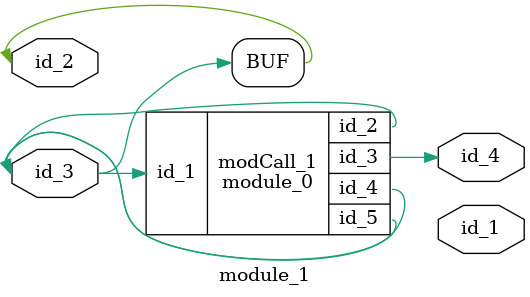
<source format=v>
module module_0 (
    id_1,
    id_2,
    id_3,
    id_4,
    id_5
);
  output wire id_5;
  inout wire id_4;
  output wire id_3;
  inout wire id_2;
  input wire id_1;
  wire id_6;
  wire id_7;
  assign id_6 = id_2;
  assign id_4 = id_7;
  wire id_8;
endmodule
module module_1 (
    id_1,
    id_2,
    id_3,
    id_4
);
  output wire id_4;
  inout wire id_3;
  inout wire id_2;
  output wire id_1;
  assign id_2 = id_3;
  module_0 modCall_1 (
      id_3,
      id_3,
      id_4,
      id_3,
      id_3
  );
endmodule

</source>
